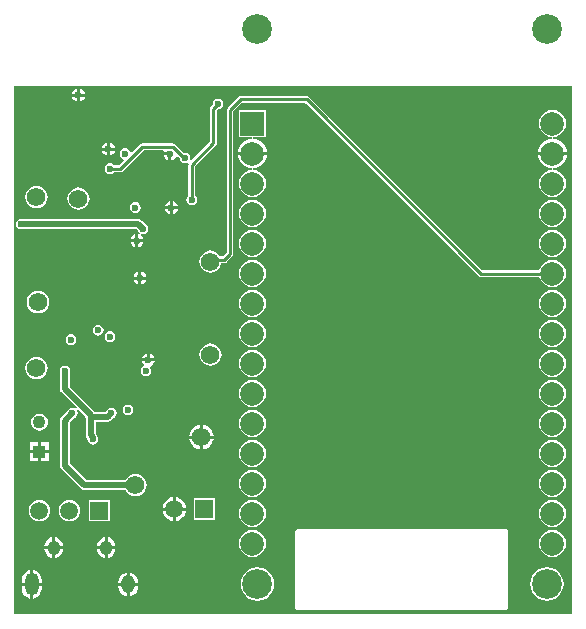
<source format=gbl>
G04*
G04 #@! TF.GenerationSoftware,Altium Limited,Altium Designer,20.0.2 (26)*
G04*
G04 Layer_Physical_Order=2*
G04 Layer_Color=16711680*
%FSLAX25Y25*%
%MOIN*%
G70*
G01*
G75*
%ADD15C,0.01000*%
%ADD63C,0.06181*%
%ADD72C,0.04331*%
%ADD73R,0.04331X0.04331*%
%ADD75C,0.02000*%
%ADD78R,0.05906X0.05906*%
%ADD79C,0.05906*%
%ADD80O,0.04134X0.04921*%
%ADD81O,0.04523X0.07480*%
%ADD82O,0.04523X0.06080*%
%ADD83R,0.07874X0.07874*%
%ADD84C,0.07874*%
%ADD85C,0.09911*%
%ADD86C,0.02362*%
G36*
X286000Y500000D02*
Y324000D01*
X100000Y324000D01*
Y500000D01*
X286000Y500000D01*
D02*
G37*
%LPC*%
G36*
X122000Y499124D02*
Y497500D01*
X123624D01*
X123555Y497851D01*
X123073Y498572D01*
X122351Y499055D01*
X122000Y499124D01*
D02*
G37*
G36*
X121000D02*
X120649Y499055D01*
X119928Y498572D01*
X119446Y497851D01*
X119376Y497500D01*
X121000D01*
Y499124D01*
D02*
G37*
G36*
X123624Y496500D02*
X122000D01*
Y494876D01*
X122351Y494945D01*
X123073Y495428D01*
X123555Y496149D01*
X123624Y496500D01*
D02*
G37*
G36*
X121000D02*
X119376D01*
X119446Y496149D01*
X119928Y495428D01*
X120649Y494945D01*
X121000Y494876D01*
Y496500D01*
D02*
G37*
G36*
X132000Y481124D02*
Y479500D01*
X133624D01*
X133554Y479851D01*
X133072Y480573D01*
X132351Y481055D01*
X132000Y481124D01*
D02*
G37*
G36*
X131000D02*
X130649Y481055D01*
X129928Y480573D01*
X129446Y479851D01*
X129376Y479500D01*
X131000D01*
Y481124D01*
D02*
G37*
G36*
X279500Y492076D02*
X278316Y491920D01*
X277212Y491463D01*
X276264Y490736D01*
X275537Y489788D01*
X275080Y488684D01*
X274924Y487500D01*
X275080Y486316D01*
X275537Y485212D01*
X276264Y484264D01*
X277212Y483537D01*
X278316Y483080D01*
X279230Y482959D01*
X279272Y482954D01*
Y482450D01*
X279230Y482444D01*
X278211Y482310D01*
X277010Y481812D01*
X275979Y481021D01*
X275187Y479990D01*
X274690Y478789D01*
X274586Y478000D01*
X284414D01*
X284310Y478789D01*
X283812Y479990D01*
X283021Y481021D01*
X281990Y481812D01*
X280789Y482310D01*
X279770Y482444D01*
X279728Y482450D01*
Y482954D01*
X279769Y482959D01*
X280684Y483080D01*
X281788Y483537D01*
X282736Y484264D01*
X283463Y485212D01*
X283920Y486316D01*
X284076Y487500D01*
X283920Y488684D01*
X283463Y489788D01*
X282736Y490736D01*
X281788Y491463D01*
X280684Y491920D01*
X279500Y492076D01*
D02*
G37*
G36*
X184037Y492037D02*
X174963D01*
Y482963D01*
X179341D01*
X179374Y482463D01*
X179148Y482433D01*
X178211Y482310D01*
X177010Y481812D01*
X175979Y481021D01*
X175188Y479990D01*
X174690Y478789D01*
X174586Y478000D01*
X184414D01*
X184310Y478789D01*
X183812Y479990D01*
X183021Y481021D01*
X181990Y481812D01*
X180789Y482310D01*
X179851Y482433D01*
X179626Y482463D01*
X179659Y482963D01*
X184037D01*
Y492037D01*
D02*
G37*
G36*
X133624Y478500D02*
X132000D01*
Y476876D01*
X132351Y476945D01*
X133072Y477427D01*
X133554Y478149D01*
X133624Y478500D01*
D02*
G37*
G36*
X131000D02*
X129376D01*
X129446Y478149D01*
X129928Y477427D01*
X130649Y476945D01*
X131000Y476876D01*
Y478500D01*
D02*
G37*
G36*
X151500Y477000D02*
X149876D01*
X149945Y476649D01*
X150427Y475927D01*
X151149Y475445D01*
X151500Y475376D01*
Y477000D01*
D02*
G37*
G36*
X168000Y495816D02*
X167305Y495678D01*
X166716Y495284D01*
X166322Y494695D01*
X166184Y494000D01*
X166222Y493808D01*
X165707Y493293D01*
X165464Y492929D01*
X165378Y492500D01*
X165378Y492500D01*
Y481465D01*
X159180Y475266D01*
X158719Y475512D01*
X158816Y476000D01*
X158678Y476695D01*
X158284Y477284D01*
X157695Y477678D01*
X157000Y477816D01*
X156580Y477732D01*
X153738Y480574D01*
X153374Y480817D01*
X152945Y480903D01*
X152945Y480903D01*
X142781D01*
X142781Y480903D01*
X142352Y480817D01*
X141988Y480574D01*
X139257Y477844D01*
X138715Y478008D01*
X138678Y478195D01*
X138284Y478784D01*
X137695Y479178D01*
X137000Y479316D01*
X136305Y479178D01*
X135716Y478784D01*
X135322Y478195D01*
X135184Y477500D01*
X135322Y476805D01*
X135716Y476216D01*
X136305Y475822D01*
X136492Y475785D01*
X136656Y475243D01*
X135035Y473622D01*
X133393D01*
X133284Y473784D01*
X132695Y474178D01*
X132000Y474316D01*
X131305Y474178D01*
X130716Y473784D01*
X130322Y473195D01*
X130184Y472500D01*
X130322Y471805D01*
X130716Y471216D01*
X131305Y470822D01*
X132000Y470684D01*
X132695Y470822D01*
X133284Y471216D01*
X133393Y471378D01*
X135500D01*
X135500Y471378D01*
X135929Y471464D01*
X136293Y471707D01*
X143246Y478660D01*
X149596D01*
X149907Y478160D01*
X149876Y478000D01*
X152000D01*
Y477500D01*
X152500D01*
Y475376D01*
X152851Y475445D01*
X153572Y475927D01*
X153946Y476487D01*
X154520Y476620D01*
X155195Y475945D01*
X155322Y475305D01*
X155716Y474716D01*
X156305Y474322D01*
X157000Y474184D01*
X157695Y474322D01*
X157777Y474377D01*
X157853Y474341D01*
X158182Y474047D01*
X158122Y473744D01*
X158122Y473744D01*
Y463518D01*
X157959Y463409D01*
X157566Y462820D01*
X157428Y462125D01*
X157566Y461430D01*
X157959Y460841D01*
X158549Y460447D01*
X159244Y460309D01*
X159939Y460447D01*
X160528Y460841D01*
X160921Y461430D01*
X161060Y462125D01*
X160921Y462820D01*
X160528Y463409D01*
X160365Y463518D01*
Y473279D01*
X167293Y480207D01*
X167293Y480207D01*
X167536Y480571D01*
X167622Y481000D01*
X167622Y481000D01*
Y491791D01*
X168000Y492184D01*
X168695Y492322D01*
X169284Y492716D01*
X169678Y493305D01*
X169816Y494000D01*
X169678Y494695D01*
X169284Y495284D01*
X168695Y495678D01*
X168000Y495816D01*
D02*
G37*
G36*
X284414Y477000D02*
X274586D01*
X274690Y476211D01*
X275187Y475010D01*
X275979Y473979D01*
X277010Y473187D01*
X278211Y472690D01*
X279230Y472556D01*
X279272Y472550D01*
Y472046D01*
X279230Y472041D01*
X278316Y471920D01*
X277212Y471463D01*
X276264Y470736D01*
X275537Y469788D01*
X275080Y468684D01*
X274924Y467500D01*
X275080Y466316D01*
X275537Y465212D01*
X276264Y464264D01*
X277212Y463537D01*
X278316Y463080D01*
X279500Y462924D01*
X280684Y463080D01*
X281788Y463537D01*
X282736Y464264D01*
X283463Y465212D01*
X283920Y466316D01*
X284076Y467500D01*
X283920Y468684D01*
X283463Y469788D01*
X282736Y470736D01*
X281788Y471463D01*
X280684Y471920D01*
X279770Y472041D01*
X279728Y472046D01*
Y472550D01*
X279769Y472556D01*
X280789Y472690D01*
X281990Y473187D01*
X283021Y473979D01*
X283812Y475010D01*
X284310Y476211D01*
X284414Y477000D01*
D02*
G37*
G36*
X184414D02*
X174586D01*
X174690Y476211D01*
X175188Y475010D01*
X175979Y473979D01*
X177010Y473187D01*
X178211Y472690D01*
X179230Y472556D01*
X179272Y472550D01*
Y472046D01*
X179230Y472041D01*
X178316Y471920D01*
X177212Y471463D01*
X176264Y470736D01*
X175537Y469788D01*
X175080Y468684D01*
X174924Y467500D01*
X175080Y466316D01*
X175537Y465212D01*
X176264Y464264D01*
X177212Y463537D01*
X178316Y463080D01*
X179500Y462924D01*
X180684Y463080D01*
X181788Y463537D01*
X182736Y464264D01*
X183463Y465212D01*
X183920Y466316D01*
X184076Y467500D01*
X183920Y468684D01*
X183463Y469788D01*
X182736Y470736D01*
X181788Y471463D01*
X180684Y471920D01*
X179770Y472041D01*
X179728Y472046D01*
Y472550D01*
X179770Y472556D01*
X180789Y472690D01*
X181990Y473187D01*
X183021Y473979D01*
X183812Y475010D01*
X184310Y476211D01*
X184414Y477000D01*
D02*
G37*
G36*
X153000Y461624D02*
Y460000D01*
X154624D01*
X154554Y460351D01*
X154072Y461072D01*
X153351Y461555D01*
X153000Y461624D01*
D02*
G37*
G36*
X152000D02*
X151649Y461555D01*
X150927Y461072D01*
X150445Y460351D01*
X150376Y460000D01*
X152000D01*
Y461624D01*
D02*
G37*
G36*
X107500Y466722D02*
X106537Y466596D01*
X105639Y466224D01*
X104868Y465632D01*
X104276Y464861D01*
X103904Y463963D01*
X103778Y463000D01*
X103904Y462037D01*
X104276Y461139D01*
X104868Y460368D01*
X105639Y459776D01*
X106537Y459404D01*
X107500Y459278D01*
X108463Y459404D01*
X109361Y459776D01*
X110132Y460368D01*
X110724Y461139D01*
X111096Y462037D01*
X111222Y463000D01*
X111096Y463963D01*
X110724Y464861D01*
X110132Y465632D01*
X109361Y466224D01*
X108463Y466596D01*
X107500Y466722D01*
D02*
G37*
G36*
X121500Y466222D02*
X120537Y466096D01*
X119639Y465724D01*
X118868Y465132D01*
X118276Y464361D01*
X117904Y463463D01*
X117778Y462500D01*
X117904Y461537D01*
X118276Y460639D01*
X118868Y459868D01*
X119639Y459276D01*
X120537Y458904D01*
X121500Y458778D01*
X122463Y458904D01*
X123361Y459276D01*
X124132Y459868D01*
X124724Y460639D01*
X125096Y461537D01*
X125222Y462500D01*
X125096Y463463D01*
X124724Y464361D01*
X124132Y465132D01*
X123361Y465724D01*
X122463Y466096D01*
X121500Y466222D01*
D02*
G37*
G36*
X140500Y461316D02*
X139805Y461178D01*
X139216Y460784D01*
X138822Y460195D01*
X138684Y459500D01*
X138822Y458805D01*
X139216Y458216D01*
X139805Y457822D01*
X140500Y457684D01*
X141195Y457822D01*
X141784Y458216D01*
X142178Y458805D01*
X142316Y459500D01*
X142178Y460195D01*
X141784Y460784D01*
X141195Y461178D01*
X140500Y461316D01*
D02*
G37*
G36*
X154624Y459000D02*
X153000D01*
Y457376D01*
X153351Y457445D01*
X154072Y457928D01*
X154554Y458649D01*
X154624Y459000D01*
D02*
G37*
G36*
X152000D02*
X150376D01*
X150445Y458649D01*
X150927Y457928D01*
X151649Y457445D01*
X152000Y457376D01*
Y459000D01*
D02*
G37*
G36*
X279500Y462076D02*
X278316Y461920D01*
X277212Y461463D01*
X276264Y460736D01*
X275537Y459788D01*
X275080Y458684D01*
X274924Y457500D01*
X275080Y456316D01*
X275537Y455212D01*
X276264Y454264D01*
X277212Y453537D01*
X278316Y453080D01*
X279500Y452924D01*
X280684Y453080D01*
X281788Y453537D01*
X282736Y454264D01*
X283463Y455212D01*
X283920Y456316D01*
X284076Y457500D01*
X283920Y458684D01*
X283463Y459788D01*
X282736Y460736D01*
X281788Y461463D01*
X280684Y461920D01*
X279500Y462076D01*
D02*
G37*
G36*
X179500D02*
X178316Y461920D01*
X177212Y461463D01*
X176264Y460736D01*
X175537Y459788D01*
X175080Y458684D01*
X174924Y457500D01*
X175080Y456316D01*
X175537Y455212D01*
X176264Y454264D01*
X177212Y453537D01*
X178316Y453080D01*
X179500Y452924D01*
X180684Y453080D01*
X181788Y453537D01*
X182736Y454264D01*
X183463Y455212D01*
X183920Y456316D01*
X184076Y457500D01*
X183920Y458684D01*
X183463Y459788D01*
X182736Y460736D01*
X181788Y461463D01*
X180684Y461920D01*
X179500Y462076D01*
D02*
G37*
G36*
X102500Y455816D02*
X101805Y455678D01*
X101216Y455284D01*
X100822Y454695D01*
X100684Y454000D01*
X100822Y453305D01*
X101216Y452716D01*
X101805Y452322D01*
X102500Y452184D01*
X103195Y452322D01*
X103264Y452369D01*
X140824D01*
X141306Y451887D01*
X141322Y451805D01*
X141716Y451216D01*
X141907Y451088D01*
X142064Y450983D01*
X141851Y450555D01*
X141643Y450596D01*
X141500Y450624D01*
Y449000D01*
X143124D01*
X143054Y449351D01*
X142572Y450072D01*
X142249Y450289D01*
X142092Y450394D01*
X142305Y450822D01*
X142513Y450781D01*
X143000Y450684D01*
X143695Y450822D01*
X144284Y451216D01*
X144678Y451805D01*
X144816Y452500D01*
X144678Y453195D01*
X144284Y453784D01*
X143695Y454178D01*
X143613Y454194D01*
X142654Y455154D01*
X142124Y455507D01*
X141500Y455631D01*
X103264D01*
X103195Y455678D01*
X102500Y455816D01*
D02*
G37*
G36*
X140500Y450624D02*
X140149Y450555D01*
X139427Y450072D01*
X138945Y449351D01*
X138876Y449000D01*
X140500D01*
Y450624D01*
D02*
G37*
G36*
X143124Y448000D02*
X141500D01*
Y446376D01*
X141851Y446445D01*
X142572Y446927D01*
X143054Y447649D01*
X143124Y448000D01*
D02*
G37*
G36*
X140500D02*
X138876D01*
X138945Y447649D01*
X139427Y446927D01*
X140149Y446445D01*
X140500Y446376D01*
Y448000D01*
D02*
G37*
G36*
X279500Y452076D02*
X278316Y451920D01*
X277212Y451463D01*
X276264Y450736D01*
X275537Y449788D01*
X275080Y448684D01*
X274924Y447500D01*
X275080Y446316D01*
X275537Y445212D01*
X276264Y444264D01*
X277212Y443537D01*
X278316Y443080D01*
X279500Y442924D01*
X280684Y443080D01*
X281788Y443537D01*
X282736Y444264D01*
X283463Y445212D01*
X283920Y446316D01*
X284076Y447500D01*
X283920Y448684D01*
X283463Y449788D01*
X282736Y450736D01*
X281788Y451463D01*
X280684Y451920D01*
X279500Y452076D01*
D02*
G37*
G36*
X179500D02*
X178316Y451920D01*
X177212Y451463D01*
X176264Y450736D01*
X175537Y449788D01*
X175080Y448684D01*
X174924Y447500D01*
X175080Y446316D01*
X175537Y445212D01*
X176264Y444264D01*
X177212Y443537D01*
X178316Y443080D01*
X179500Y442924D01*
X180684Y443080D01*
X181788Y443537D01*
X182736Y444264D01*
X183463Y445212D01*
X183920Y446316D01*
X184076Y447500D01*
X183920Y448684D01*
X183463Y449788D01*
X182736Y450736D01*
X181788Y451463D01*
X180684Y451920D01*
X179500Y452076D01*
D02*
G37*
G36*
X142500Y438124D02*
Y436500D01*
X144124D01*
X144054Y436851D01*
X143572Y437572D01*
X142851Y438055D01*
X142500Y438124D01*
D02*
G37*
G36*
X141500D02*
X141149Y438055D01*
X140427Y437572D01*
X139945Y436851D01*
X139876Y436500D01*
X141500D01*
Y438124D01*
D02*
G37*
G36*
X144124Y435500D02*
X142500D01*
Y433876D01*
X142851Y433945D01*
X143572Y434427D01*
X144054Y435149D01*
X144124Y435500D01*
D02*
G37*
G36*
X141500D02*
X139876D01*
X139945Y435149D01*
X140427Y434427D01*
X141149Y433945D01*
X141500Y433876D01*
Y435500D01*
D02*
G37*
G36*
X197570Y496707D02*
X197570Y496707D01*
X175586D01*
X175157Y496622D01*
X174793Y496379D01*
X174793Y496379D01*
X171207Y492793D01*
X170964Y492429D01*
X170878Y492000D01*
X170878Y492000D01*
Y444465D01*
X169626Y443212D01*
X168785D01*
X168724Y443361D01*
X168132Y444132D01*
X167361Y444724D01*
X166463Y445096D01*
X165500Y445222D01*
X164537Y445096D01*
X163639Y444724D01*
X162868Y444132D01*
X162276Y443361D01*
X161904Y442463D01*
X161778Y441500D01*
X161904Y440537D01*
X162276Y439639D01*
X162868Y438868D01*
X163639Y438276D01*
X164537Y437904D01*
X165500Y437778D01*
X166463Y437904D01*
X167361Y438276D01*
X168132Y438868D01*
X168724Y439639D01*
X169096Y440537D01*
X169152Y440969D01*
X170090D01*
X170091Y440969D01*
X170520Y441054D01*
X170884Y441297D01*
X172793Y443207D01*
X173036Y443571D01*
X173122Y444000D01*
X173122Y444000D01*
Y491535D01*
X176050Y494464D01*
X197105D01*
X254863Y436707D01*
X254863Y436707D01*
X255226Y436464D01*
X255656Y436378D01*
X275072D01*
X275080Y436316D01*
X275537Y435212D01*
X276264Y434264D01*
X277212Y433537D01*
X278316Y433080D01*
X279500Y432924D01*
X280684Y433080D01*
X281788Y433537D01*
X282736Y434264D01*
X283463Y435212D01*
X283920Y436316D01*
X284076Y437500D01*
X283920Y438684D01*
X283463Y439788D01*
X282736Y440736D01*
X281788Y441463D01*
X280684Y441920D01*
X279500Y442076D01*
X278316Y441920D01*
X277212Y441463D01*
X276264Y440736D01*
X275537Y439788D01*
X275080Y438684D01*
X275072Y438622D01*
X256120D01*
X198363Y496379D01*
X197999Y496622D01*
X197570Y496707D01*
D02*
G37*
G36*
X179500Y442076D02*
X178316Y441920D01*
X177212Y441463D01*
X176264Y440736D01*
X175537Y439788D01*
X175080Y438684D01*
X174924Y437500D01*
X175080Y436316D01*
X175537Y435212D01*
X176264Y434264D01*
X177212Y433537D01*
X178316Y433080D01*
X179500Y432924D01*
X180684Y433080D01*
X181788Y433537D01*
X182736Y434264D01*
X183463Y435212D01*
X183920Y436316D01*
X184076Y437500D01*
X183920Y438684D01*
X183463Y439788D01*
X182736Y440736D01*
X181788Y441463D01*
X180684Y441920D01*
X179500Y442076D01*
D02*
G37*
G36*
X108000Y431722D02*
X107037Y431596D01*
X106139Y431224D01*
X105368Y430632D01*
X104776Y429861D01*
X104404Y428963D01*
X104278Y428000D01*
X104404Y427037D01*
X104776Y426139D01*
X105368Y425368D01*
X106139Y424776D01*
X107037Y424404D01*
X108000Y424278D01*
X108963Y424404D01*
X109861Y424776D01*
X110632Y425368D01*
X111224Y426139D01*
X111596Y427037D01*
X111722Y428000D01*
X111596Y428963D01*
X111224Y429861D01*
X110632Y430632D01*
X109861Y431224D01*
X108963Y431596D01*
X108000Y431722D01*
D02*
G37*
G36*
X279500Y432076D02*
X278316Y431920D01*
X277212Y431463D01*
X276264Y430736D01*
X275537Y429788D01*
X275080Y428684D01*
X274924Y427500D01*
X275080Y426316D01*
X275537Y425212D01*
X276264Y424264D01*
X277212Y423537D01*
X278316Y423080D01*
X279500Y422924D01*
X280684Y423080D01*
X281788Y423537D01*
X282736Y424264D01*
X283463Y425212D01*
X283920Y426316D01*
X284076Y427500D01*
X283920Y428684D01*
X283463Y429788D01*
X282736Y430736D01*
X281788Y431463D01*
X280684Y431920D01*
X279500Y432076D01*
D02*
G37*
G36*
X179500D02*
X178316Y431920D01*
X177212Y431463D01*
X176264Y430736D01*
X175537Y429788D01*
X175080Y428684D01*
X174924Y427500D01*
X175080Y426316D01*
X175537Y425212D01*
X176264Y424264D01*
X177212Y423537D01*
X178316Y423080D01*
X179500Y422924D01*
X180684Y423080D01*
X181788Y423537D01*
X182736Y424264D01*
X183463Y425212D01*
X183920Y426316D01*
X184076Y427500D01*
X183920Y428684D01*
X183463Y429788D01*
X182736Y430736D01*
X181788Y431463D01*
X180684Y431920D01*
X179500Y432076D01*
D02*
G37*
G36*
X128041Y420357D02*
X127346Y420219D01*
X126757Y419825D01*
X126364Y419236D01*
X126225Y418541D01*
X126364Y417846D01*
X126757Y417257D01*
X127346Y416864D01*
X128041Y416725D01*
X128736Y416864D01*
X129325Y417257D01*
X129719Y417846D01*
X129857Y418541D01*
X129719Y419236D01*
X129325Y419825D01*
X128736Y420219D01*
X128041Y420357D01*
D02*
G37*
G36*
X132000Y418316D02*
X131305Y418178D01*
X130716Y417784D01*
X130322Y417195D01*
X130184Y416500D01*
X130322Y415805D01*
X130716Y415216D01*
X131305Y414822D01*
X132000Y414684D01*
X132695Y414822D01*
X133284Y415216D01*
X133678Y415805D01*
X133816Y416500D01*
X133678Y417195D01*
X133284Y417784D01*
X132695Y418178D01*
X132000Y418316D01*
D02*
G37*
G36*
X119000Y417316D02*
X118305Y417178D01*
X117716Y416784D01*
X117322Y416195D01*
X117184Y415500D01*
X117322Y414805D01*
X117716Y414216D01*
X118305Y413822D01*
X119000Y413684D01*
X119695Y413822D01*
X120284Y414216D01*
X120678Y414805D01*
X120816Y415500D01*
X120678Y416195D01*
X120284Y416784D01*
X119695Y417178D01*
X119000Y417316D01*
D02*
G37*
G36*
X279500Y422076D02*
X278316Y421920D01*
X277212Y421463D01*
X276264Y420736D01*
X275537Y419788D01*
X275080Y418684D01*
X274924Y417500D01*
X275080Y416316D01*
X275537Y415212D01*
X276264Y414264D01*
X277212Y413537D01*
X278316Y413080D01*
X279500Y412924D01*
X280684Y413080D01*
X281788Y413537D01*
X282736Y414264D01*
X283463Y415212D01*
X283920Y416316D01*
X284076Y417500D01*
X283920Y418684D01*
X283463Y419788D01*
X282736Y420736D01*
X281788Y421463D01*
X280684Y421920D01*
X279500Y422076D01*
D02*
G37*
G36*
X179500D02*
X178316Y421920D01*
X177212Y421463D01*
X176264Y420736D01*
X175537Y419788D01*
X175080Y418684D01*
X174924Y417500D01*
X175080Y416316D01*
X175537Y415212D01*
X176264Y414264D01*
X177212Y413537D01*
X178316Y413080D01*
X179500Y412924D01*
X180684Y413080D01*
X181788Y413537D01*
X182736Y414264D01*
X183463Y415212D01*
X183920Y416316D01*
X184076Y417500D01*
X183920Y418684D01*
X183463Y419788D01*
X182736Y420736D01*
X181788Y421463D01*
X180684Y421920D01*
X179500Y422076D01*
D02*
G37*
G36*
X145282Y410843D02*
Y409219D01*
X146906D01*
X146836Y409570D01*
X146354Y410291D01*
X145633Y410773D01*
X145282Y410843D01*
D02*
G37*
G36*
X144281D02*
X143930Y410773D01*
X143209Y410291D01*
X142727Y409570D01*
X142657Y409219D01*
X144281D01*
Y410843D01*
D02*
G37*
G36*
X165500Y414222D02*
X164537Y414096D01*
X163639Y413724D01*
X162868Y413132D01*
X162276Y412361D01*
X161904Y411463D01*
X161778Y410500D01*
X161904Y409537D01*
X162276Y408639D01*
X162868Y407868D01*
X163639Y407276D01*
X164537Y406904D01*
X165500Y406778D01*
X166463Y406904D01*
X167361Y407276D01*
X168132Y407868D01*
X168724Y408639D01*
X169096Y409537D01*
X169222Y410500D01*
X169096Y411463D01*
X168724Y412361D01*
X168132Y413132D01*
X167361Y413724D01*
X166463Y414096D01*
X165500Y414222D01*
D02*
G37*
G36*
X146906Y408218D02*
X142657D01*
X142727Y407867D01*
X143209Y407146D01*
X143228Y407133D01*
X143157Y406579D01*
X142716Y406284D01*
X142322Y405695D01*
X142184Y405000D01*
X142322Y404305D01*
X142716Y403716D01*
X143305Y403322D01*
X144000Y403184D01*
X144695Y403322D01*
X145284Y403716D01*
X145678Y404305D01*
X145816Y405000D01*
X145678Y405695D01*
X145402Y406108D01*
X145567Y406651D01*
X145633Y406664D01*
X146354Y407146D01*
X146836Y407867D01*
X146906Y408218D01*
D02*
G37*
G36*
X279500Y412076D02*
X278316Y411920D01*
X277212Y411463D01*
X276264Y410736D01*
X275537Y409788D01*
X275080Y408684D01*
X274924Y407500D01*
X275080Y406316D01*
X275537Y405212D01*
X276264Y404264D01*
X277212Y403537D01*
X278316Y403080D01*
X279500Y402924D01*
X280684Y403080D01*
X281788Y403537D01*
X282736Y404264D01*
X283463Y405212D01*
X283920Y406316D01*
X284076Y407500D01*
X283920Y408684D01*
X283463Y409788D01*
X282736Y410736D01*
X281788Y411463D01*
X280684Y411920D01*
X279500Y412076D01*
D02*
G37*
G36*
X179500D02*
X178316Y411920D01*
X177212Y411463D01*
X176264Y410736D01*
X175537Y409788D01*
X175080Y408684D01*
X174924Y407500D01*
X175080Y406316D01*
X175537Y405212D01*
X176264Y404264D01*
X177212Y403537D01*
X178316Y403080D01*
X179500Y402924D01*
X180684Y403080D01*
X181788Y403537D01*
X182736Y404264D01*
X183463Y405212D01*
X183920Y406316D01*
X184076Y407500D01*
X183920Y408684D01*
X183463Y409788D01*
X182736Y410736D01*
X181788Y411463D01*
X180684Y411920D01*
X179500Y412076D01*
D02*
G37*
G36*
X107500Y409722D02*
X106537Y409596D01*
X105639Y409224D01*
X104868Y408632D01*
X104276Y407861D01*
X103904Y406963D01*
X103778Y406000D01*
X103904Y405037D01*
X104276Y404139D01*
X104868Y403368D01*
X105639Y402776D01*
X106537Y402404D01*
X107500Y402278D01*
X108463Y402404D01*
X109361Y402776D01*
X110132Y403368D01*
X110724Y404139D01*
X111096Y405037D01*
X111222Y406000D01*
X111096Y406963D01*
X110724Y407861D01*
X110132Y408632D01*
X109361Y409224D01*
X108463Y409596D01*
X107500Y409722D01*
D02*
G37*
G36*
X279500Y402076D02*
X278316Y401920D01*
X277212Y401463D01*
X276264Y400736D01*
X275537Y399788D01*
X275080Y398684D01*
X274924Y397500D01*
X275080Y396316D01*
X275537Y395212D01*
X276264Y394264D01*
X277212Y393537D01*
X278316Y393080D01*
X279500Y392924D01*
X280684Y393080D01*
X281788Y393537D01*
X282736Y394264D01*
X283463Y395212D01*
X283920Y396316D01*
X284076Y397500D01*
X283920Y398684D01*
X283463Y399788D01*
X282736Y400736D01*
X281788Y401463D01*
X280684Y401920D01*
X279500Y402076D01*
D02*
G37*
G36*
X179500D02*
X178316Y401920D01*
X177212Y401463D01*
X176264Y400736D01*
X175537Y399788D01*
X175080Y398684D01*
X174924Y397500D01*
X175080Y396316D01*
X175537Y395212D01*
X176264Y394264D01*
X177212Y393537D01*
X178316Y393080D01*
X179500Y392924D01*
X180684Y393080D01*
X181788Y393537D01*
X182736Y394264D01*
X183463Y395212D01*
X183920Y396316D01*
X184076Y397500D01*
X183920Y398684D01*
X183463Y399788D01*
X182736Y400736D01*
X181788Y401463D01*
X180684Y401920D01*
X179500Y402076D01*
D02*
G37*
G36*
X117000Y406816D02*
X116305Y406678D01*
X115716Y406284D01*
X115322Y405695D01*
X115184Y405000D01*
X115322Y404305D01*
X115369Y404236D01*
Y399000D01*
X115493Y398376D01*
X115847Y397847D01*
X120854Y392838D01*
X120536Y392450D01*
X120195Y392678D01*
X119500Y392816D01*
X118805Y392678D01*
X118216Y392284D01*
X117822Y391695D01*
X117806Y391613D01*
X115847Y389653D01*
X115493Y389124D01*
X115369Y388500D01*
Y373500D01*
X115493Y372876D01*
X115847Y372346D01*
X122346Y365846D01*
X122876Y365493D01*
X123500Y365369D01*
X137181D01*
X137276Y365139D01*
X137868Y364368D01*
X138639Y363776D01*
X139537Y363404D01*
X140500Y363278D01*
X141463Y363404D01*
X142361Y363776D01*
X143132Y364368D01*
X143724Y365139D01*
X144096Y366037D01*
X144222Y367000D01*
X144096Y367963D01*
X143724Y368861D01*
X143132Y369632D01*
X142361Y370224D01*
X141463Y370596D01*
X140500Y370722D01*
X139537Y370596D01*
X138639Y370224D01*
X137868Y369632D01*
X137276Y368861D01*
X137181Y368631D01*
X124176D01*
X118631Y374176D01*
Y387824D01*
X120113Y389306D01*
X120195Y389322D01*
X120784Y389716D01*
X121178Y390305D01*
X121316Y391000D01*
X121178Y391695D01*
X120950Y392036D01*
X121338Y392354D01*
X123796Y389897D01*
X123767Y389750D01*
X123905Y389055D01*
X123951Y388986D01*
Y383583D01*
X124075Y382958D01*
X124429Y382429D01*
X124504Y382355D01*
X124495Y382311D01*
X124633Y381616D01*
X125027Y381027D01*
X125616Y380633D01*
X126311Y380495D01*
X127006Y380633D01*
X127595Y381027D01*
X127989Y381616D01*
X128127Y382311D01*
X127989Y383006D01*
X127880Y383169D01*
X127818Y383479D01*
X127465Y384008D01*
X127214Y384258D01*
Y388119D01*
X131250D01*
X131874Y388243D01*
X132404Y388597D01*
X133113Y389306D01*
X133195Y389322D01*
X133784Y389716D01*
X134178Y390305D01*
X134316Y391000D01*
X134178Y391695D01*
X133784Y392284D01*
X133195Y392678D01*
X132500Y392816D01*
X131805Y392678D01*
X131216Y392284D01*
X130822Y391695D01*
X130806Y391613D01*
X130574Y391381D01*
X126863D01*
X126736Y391571D01*
X118631Y399676D01*
Y404236D01*
X118678Y404305D01*
X118816Y405000D01*
X118678Y405695D01*
X118284Y406284D01*
X117695Y406678D01*
X117000Y406816D01*
D02*
G37*
G36*
X138000Y393811D02*
X137305Y393673D01*
X136716Y393279D01*
X136322Y392690D01*
X136184Y391995D01*
X136322Y391300D01*
X136716Y390711D01*
X137305Y390317D01*
X138000Y390179D01*
X138695Y390317D01*
X139284Y390711D01*
X139678Y391300D01*
X139816Y391995D01*
X139678Y392690D01*
X139284Y393279D01*
X138695Y393673D01*
X138000Y393811D01*
D02*
G37*
G36*
X108500Y390710D02*
X107778Y390615D01*
X107105Y390337D01*
X106528Y389894D01*
X106085Y389316D01*
X105806Y388643D01*
X105711Y387921D01*
X105806Y387199D01*
X106085Y386527D01*
X106528Y385949D01*
X107105Y385506D01*
X107778Y385227D01*
X108500Y385132D01*
X109222Y385227D01*
X109895Y385506D01*
X110472Y385949D01*
X110916Y386527D01*
X111194Y387199D01*
X111289Y387921D01*
X111194Y388643D01*
X110916Y389316D01*
X110472Y389894D01*
X109895Y390337D01*
X109222Y390615D01*
X108500Y390710D01*
D02*
G37*
G36*
X163000Y387060D02*
Y383500D01*
X166560D01*
X166485Y384068D01*
X166073Y385063D01*
X165417Y385917D01*
X164563Y386573D01*
X163568Y386985D01*
X163000Y387060D01*
D02*
G37*
G36*
X162000D02*
X161432Y386985D01*
X160437Y386573D01*
X159583Y385917D01*
X158927Y385063D01*
X158515Y384068D01*
X158440Y383500D01*
X162000D01*
Y387060D01*
D02*
G37*
G36*
X279500Y392076D02*
X278316Y391920D01*
X277212Y391463D01*
X276264Y390736D01*
X275537Y389788D01*
X275080Y388684D01*
X274924Y387500D01*
X275080Y386316D01*
X275537Y385212D01*
X276264Y384264D01*
X277212Y383537D01*
X278316Y383080D01*
X279500Y382924D01*
X280684Y383080D01*
X281788Y383537D01*
X282736Y384264D01*
X283463Y385212D01*
X283920Y386316D01*
X284076Y387500D01*
X283920Y388684D01*
X283463Y389788D01*
X282736Y390736D01*
X281788Y391463D01*
X280684Y391920D01*
X279500Y392076D01*
D02*
G37*
G36*
X179500D02*
X178316Y391920D01*
X177212Y391463D01*
X176264Y390736D01*
X175537Y389788D01*
X175080Y388684D01*
X174924Y387500D01*
X175080Y386316D01*
X175537Y385212D01*
X176264Y384264D01*
X177212Y383537D01*
X178316Y383080D01*
X179500Y382924D01*
X180684Y383080D01*
X181788Y383537D01*
X182736Y384264D01*
X183463Y385212D01*
X183920Y386316D01*
X184076Y387500D01*
X183920Y388684D01*
X183463Y389788D01*
X182736Y390736D01*
X181788Y391463D01*
X180684Y391920D01*
X179500Y392076D01*
D02*
G37*
G36*
X166560Y382500D02*
X163000D01*
Y378940D01*
X163568Y379015D01*
X164563Y379427D01*
X165417Y380083D01*
X166073Y380937D01*
X166485Y381932D01*
X166560Y382500D01*
D02*
G37*
G36*
X162000D02*
X158440D01*
X158515Y381932D01*
X158927Y380937D01*
X159583Y380083D01*
X160437Y379427D01*
X161432Y379015D01*
X162000Y378940D01*
Y382500D01*
D02*
G37*
G36*
X111665Y381244D02*
X109000D01*
Y378579D01*
X111665D01*
Y381244D01*
D02*
G37*
G36*
X108000D02*
X105335D01*
Y378579D01*
X108000D01*
Y381244D01*
D02*
G37*
G36*
X111665Y377579D02*
X109000D01*
Y374913D01*
X111665D01*
Y377579D01*
D02*
G37*
G36*
X108000D02*
X105335D01*
Y374913D01*
X108000D01*
Y377579D01*
D02*
G37*
G36*
X279500Y382076D02*
X278316Y381920D01*
X277212Y381463D01*
X276264Y380736D01*
X275537Y379788D01*
X275080Y378684D01*
X274924Y377500D01*
X275080Y376316D01*
X275537Y375212D01*
X276264Y374264D01*
X277212Y373537D01*
X278316Y373080D01*
X279500Y372924D01*
X280684Y373080D01*
X281788Y373537D01*
X282736Y374264D01*
X283463Y375212D01*
X283920Y376316D01*
X284076Y377500D01*
X283920Y378684D01*
X283463Y379788D01*
X282736Y380736D01*
X281788Y381463D01*
X280684Y381920D01*
X279500Y382076D01*
D02*
G37*
G36*
X179500D02*
X178316Y381920D01*
X177212Y381463D01*
X176264Y380736D01*
X175537Y379788D01*
X175080Y378684D01*
X174924Y377500D01*
X175080Y376316D01*
X175537Y375212D01*
X176264Y374264D01*
X177212Y373537D01*
X178316Y373080D01*
X179500Y372924D01*
X180684Y373080D01*
X181788Y373537D01*
X182736Y374264D01*
X183463Y375212D01*
X183920Y376316D01*
X184076Y377500D01*
X183920Y378684D01*
X183463Y379788D01*
X182736Y380736D01*
X181788Y381463D01*
X180684Y381920D01*
X179500Y382076D01*
D02*
G37*
G36*
X279500Y372076D02*
X278316Y371920D01*
X277212Y371463D01*
X276264Y370736D01*
X275537Y369788D01*
X275080Y368684D01*
X274924Y367500D01*
X275080Y366316D01*
X275537Y365212D01*
X276264Y364264D01*
X277212Y363537D01*
X278316Y363080D01*
X279500Y362924D01*
X280684Y363080D01*
X281788Y363537D01*
X282736Y364264D01*
X283463Y365212D01*
X283920Y366316D01*
X284076Y367500D01*
X283920Y368684D01*
X283463Y369788D01*
X282736Y370736D01*
X281788Y371463D01*
X280684Y371920D01*
X279500Y372076D01*
D02*
G37*
G36*
X179500D02*
X178316Y371920D01*
X177212Y371463D01*
X176264Y370736D01*
X175537Y369788D01*
X175080Y368684D01*
X174924Y367500D01*
X175080Y366316D01*
X175537Y365212D01*
X176264Y364264D01*
X177212Y363537D01*
X178316Y363080D01*
X179500Y362924D01*
X180684Y363080D01*
X181788Y363537D01*
X182736Y364264D01*
X183463Y365212D01*
X183920Y366316D01*
X184076Y367500D01*
X183920Y368684D01*
X183463Y369788D01*
X182736Y370736D01*
X181788Y371463D01*
X180684Y371920D01*
X179500Y372076D01*
D02*
G37*
G36*
X154000Y362921D02*
Y359500D01*
X157421D01*
X157351Y360032D01*
X156953Y360993D01*
X156319Y361819D01*
X155493Y362453D01*
X154532Y362851D01*
X154000Y362921D01*
D02*
G37*
G36*
X153000D02*
X152468Y362851D01*
X151507Y362453D01*
X150681Y361819D01*
X150047Y360993D01*
X149649Y360032D01*
X149579Y359500D01*
X153000D01*
Y362921D01*
D02*
G37*
G36*
X167053Y362553D02*
X159947D01*
Y355447D01*
X167053D01*
Y362553D01*
D02*
G37*
G36*
X157421Y358500D02*
X154000D01*
Y355079D01*
X154532Y355149D01*
X155493Y355547D01*
X156319Y356181D01*
X156953Y357007D01*
X157351Y357968D01*
X157421Y358500D01*
D02*
G37*
G36*
X153000D02*
X149579D01*
X149649Y357968D01*
X150047Y357007D01*
X150681Y356181D01*
X151507Y355547D01*
X152468Y355149D01*
X153000Y355079D01*
Y358500D01*
D02*
G37*
G36*
X132053Y362053D02*
X124947D01*
Y354947D01*
X132053D01*
Y362053D01*
D02*
G37*
G36*
X118500Y362083D02*
X117573Y361961D01*
X116708Y361603D01*
X115966Y361034D01*
X115397Y360292D01*
X115039Y359427D01*
X114917Y358500D01*
X115039Y357573D01*
X115397Y356708D01*
X115966Y355966D01*
X116708Y355397D01*
X117573Y355039D01*
X118500Y354917D01*
X119427Y355039D01*
X120292Y355397D01*
X121034Y355966D01*
X121603Y356708D01*
X121961Y357573D01*
X122083Y358500D01*
X121961Y359427D01*
X121603Y360292D01*
X121034Y361034D01*
X120292Y361603D01*
X119427Y361961D01*
X118500Y362083D01*
D02*
G37*
G36*
X108500D02*
X107573Y361961D01*
X106708Y361603D01*
X105966Y361034D01*
X105397Y360292D01*
X105039Y359427D01*
X104917Y358500D01*
X105039Y357573D01*
X105397Y356708D01*
X105966Y355966D01*
X106708Y355397D01*
X107573Y355039D01*
X108500Y354917D01*
X109427Y355039D01*
X110292Y355397D01*
X111034Y355966D01*
X111603Y356708D01*
X111961Y357573D01*
X112083Y358500D01*
X111961Y359427D01*
X111603Y360292D01*
X111034Y361034D01*
X110292Y361603D01*
X109427Y361961D01*
X108500Y362083D01*
D02*
G37*
G36*
X279500Y362076D02*
X278316Y361920D01*
X277212Y361463D01*
X276264Y360736D01*
X275537Y359788D01*
X275080Y358684D01*
X274924Y357500D01*
X275080Y356316D01*
X275537Y355212D01*
X276264Y354264D01*
X277212Y353537D01*
X278316Y353080D01*
X279500Y352924D01*
X280684Y353080D01*
X281788Y353537D01*
X282736Y354264D01*
X283463Y355212D01*
X283920Y356316D01*
X284076Y357500D01*
X283920Y358684D01*
X283463Y359788D01*
X282736Y360736D01*
X281788Y361463D01*
X280684Y361920D01*
X279500Y362076D01*
D02*
G37*
G36*
X179500D02*
X178316Y361920D01*
X177212Y361463D01*
X176264Y360736D01*
X175537Y359788D01*
X175080Y358684D01*
X174924Y357500D01*
X175080Y356316D01*
X175537Y355212D01*
X176264Y354264D01*
X177212Y353537D01*
X178316Y353080D01*
X179500Y352924D01*
X180684Y353080D01*
X181788Y353537D01*
X182736Y354264D01*
X183463Y355212D01*
X183920Y356316D01*
X184076Y357500D01*
X183920Y358684D01*
X183463Y359788D01*
X182736Y360736D01*
X181788Y361463D01*
X180684Y361920D01*
X179500Y362076D01*
D02*
G37*
G36*
X131260Y349573D02*
Y346652D01*
X133839D01*
X133748Y347346D01*
X133439Y348092D01*
X132947Y348733D01*
X132307Y349224D01*
X131561Y349533D01*
X131260Y349573D01*
D02*
G37*
G36*
X130260D02*
X129959Y349533D01*
X129213Y349224D01*
X128572Y348733D01*
X128081Y348092D01*
X127772Y347346D01*
X127680Y346652D01*
X130260D01*
Y349573D01*
D02*
G37*
G36*
X113740D02*
Y346652D01*
X116320D01*
X116228Y347346D01*
X115919Y348092D01*
X115427Y348733D01*
X114787Y349224D01*
X114041Y349533D01*
X113740Y349573D01*
D02*
G37*
G36*
X112740D02*
X112440Y349533D01*
X111694Y349224D01*
X111053Y348733D01*
X110561Y348092D01*
X110252Y347346D01*
X110161Y346652D01*
X112740D01*
Y349573D01*
D02*
G37*
G36*
X279500Y352076D02*
X278316Y351920D01*
X277212Y351463D01*
X276264Y350736D01*
X275537Y349788D01*
X275080Y348684D01*
X274924Y347500D01*
X275080Y346316D01*
X275537Y345212D01*
X276264Y344264D01*
X277212Y343537D01*
X278316Y343080D01*
X279500Y342924D01*
X280684Y343080D01*
X281788Y343537D01*
X282736Y344264D01*
X283463Y345212D01*
X283920Y346316D01*
X284076Y347500D01*
X283920Y348684D01*
X283463Y349788D01*
X282736Y350736D01*
X281788Y351463D01*
X280684Y351920D01*
X279500Y352076D01*
D02*
G37*
G36*
X179500D02*
X178316Y351920D01*
X177212Y351463D01*
X176264Y350736D01*
X175537Y349788D01*
X175080Y348684D01*
X174924Y347500D01*
X175080Y346316D01*
X175537Y345212D01*
X176264Y344264D01*
X177212Y343537D01*
X178316Y343080D01*
X179500Y342924D01*
X180684Y343080D01*
X181788Y343537D01*
X182736Y344264D01*
X183463Y345212D01*
X183920Y346316D01*
X184076Y347500D01*
X183920Y348684D01*
X183463Y349788D01*
X182736Y350736D01*
X181788Y351463D01*
X180684Y351920D01*
X179500Y352076D01*
D02*
G37*
G36*
X133839Y345652D02*
X131260D01*
Y342730D01*
X131561Y342770D01*
X132307Y343079D01*
X132947Y343570D01*
X133439Y344211D01*
X133748Y344957D01*
X133839Y345652D01*
D02*
G37*
G36*
X116320Y345652D02*
X113740D01*
Y342730D01*
X114041Y342770D01*
X114787Y343079D01*
X115427Y343570D01*
X115919Y344211D01*
X116228Y344957D01*
X116320Y345652D01*
D02*
G37*
G36*
X112740D02*
X110161D01*
X110252Y344957D01*
X110561Y344211D01*
X111053Y343570D01*
X111694Y343079D01*
X112440Y342770D01*
X112740Y342730D01*
Y345652D01*
D02*
G37*
G36*
X130260Y345652D02*
X127680D01*
X127772Y344957D01*
X128081Y344211D01*
X128572Y343570D01*
X129213Y343079D01*
X129959Y342770D01*
X130260Y342730D01*
Y345652D01*
D02*
G37*
G36*
X138593Y337851D02*
Y334349D01*
X141382D01*
Y334627D01*
X141270Y335479D01*
X140941Y336272D01*
X140419Y336953D01*
X139737Y337476D01*
X138944Y337805D01*
X138593Y337851D01*
D02*
G37*
G36*
X137592D02*
X137241Y337805D01*
X136448Y337476D01*
X135766Y336953D01*
X135244Y336272D01*
X134915Y335479D01*
X134803Y334627D01*
Y334349D01*
X137592D01*
Y337851D01*
D02*
G37*
G36*
X106407Y338551D02*
Y334348D01*
X109197D01*
Y335327D01*
X109085Y336179D01*
X108756Y336972D01*
X108233Y337653D01*
X107552Y338176D01*
X106759Y338505D01*
X106407Y338551D01*
D02*
G37*
G36*
X105408D02*
X105056Y338505D01*
X104263Y338176D01*
X103581Y337653D01*
X103059Y336972D01*
X102730Y336179D01*
X102618Y335327D01*
Y334348D01*
X105408D01*
Y338551D01*
D02*
G37*
G36*
X141382Y333348D02*
X138593D01*
Y329846D01*
X138944Y329892D01*
X139737Y330221D01*
X140419Y330744D01*
X140941Y331425D01*
X141270Y332218D01*
X141382Y333070D01*
Y333348D01*
D02*
G37*
G36*
X137592D02*
X134803D01*
Y333070D01*
X134915Y332218D01*
X135244Y331425D01*
X135766Y330744D01*
X136448Y330221D01*
X137241Y329892D01*
X137592Y329846D01*
Y333348D01*
D02*
G37*
G36*
X109197Y333348D02*
X106407D01*
Y329146D01*
X106759Y329192D01*
X107552Y329521D01*
X108233Y330044D01*
X108756Y330725D01*
X109085Y331518D01*
X109197Y332370D01*
Y333348D01*
D02*
G37*
G36*
X105408D02*
X102618D01*
Y332370D01*
X102730Y331518D01*
X103059Y330725D01*
X103581Y330044D01*
X104263Y329521D01*
X105056Y329192D01*
X105408Y329146D01*
Y333348D01*
D02*
G37*
G36*
X277650Y339599D02*
X276199Y339409D01*
X274848Y338849D01*
X273687Y337958D01*
X272797Y336798D01*
X272237Y335446D01*
X272046Y333996D01*
X272237Y332546D01*
X272797Y331194D01*
X273687Y330034D01*
X274848Y329143D01*
X276199Y328584D01*
X277650Y328393D01*
X279100Y328584D01*
X280451Y329143D01*
X281612Y330034D01*
X282502Y331194D01*
X283062Y332546D01*
X283253Y333996D01*
X283062Y335446D01*
X282502Y336798D01*
X281612Y337958D01*
X280451Y338849D01*
X279100Y339409D01*
X277650Y339599D01*
D02*
G37*
G36*
X181154D02*
X179703Y339409D01*
X178352Y338849D01*
X177191Y337958D01*
X176301Y336798D01*
X175741Y335446D01*
X175550Y333996D01*
X175741Y332546D01*
X176301Y331194D01*
X177191Y330034D01*
X178352Y329143D01*
X179703Y328584D01*
X181154Y328393D01*
X182604Y328584D01*
X183955Y329143D01*
X185116Y330034D01*
X186006Y331194D01*
X186566Y332546D01*
X186757Y333996D01*
X186566Y335446D01*
X186006Y336798D01*
X185116Y337958D01*
X183955Y338849D01*
X182604Y339409D01*
X181154Y339599D01*
D02*
G37*
G36*
X264067Y352323D02*
X194421D01*
X193962Y352133D01*
X193772Y351673D01*
Y326122D01*
X193962Y325663D01*
X194421Y325473D01*
X264067D01*
X264526Y325663D01*
X264716Y326122D01*
Y351673D01*
X264526Y352133D01*
X264067Y352323D01*
D02*
G37*
%LPD*%
D15*
X135500Y472500D02*
X142781Y479781D01*
X132000Y472500D02*
X135500D01*
X142781Y479781D02*
X152945D01*
X156726Y476000D01*
X166500Y481000D02*
Y492500D01*
X159244Y473744D02*
X166500Y481000D01*
X159244Y462125D02*
Y473744D01*
X166500Y492500D02*
X168000Y494000D01*
X156726Y476000D02*
X157000D01*
X175586Y495586D02*
X197570D01*
X255656Y437500D02*
X279500D01*
X172000Y492000D02*
X175586Y495586D01*
X197570D02*
X255656Y437500D01*
X172000Y444000D02*
Y492000D01*
X170091Y442091D02*
X172000Y444000D01*
X166091Y442091D02*
X170091D01*
X165500Y441500D02*
X166091Y442091D01*
D63*
X140500Y367000D02*
D03*
X165500Y410500D02*
D03*
X162500Y383000D02*
D03*
X107500Y406000D02*
D03*
X165500Y441500D02*
D03*
X121500Y462500D02*
D03*
X107500Y463000D02*
D03*
X108000Y428000D02*
D03*
D72*
X108500Y387921D02*
D03*
D73*
Y378079D02*
D03*
D75*
X123500Y367000D02*
X140500D01*
X117000Y373500D02*
X123500Y367000D01*
X117000Y373500D02*
Y388500D01*
Y399000D02*
X125583Y390417D01*
X117000Y399000D02*
Y405000D01*
X126311Y382311D02*
Y382854D01*
X125583Y383583D02*
X126311Y382854D01*
X125583Y383583D02*
Y389750D01*
X117000Y388500D02*
X119500Y391000D01*
X125583Y389750D02*
Y390417D01*
X131250Y389750D02*
X132500Y391000D01*
X125583Y389750D02*
X131250D01*
X141500Y454000D02*
X143000Y452500D01*
X102500Y454000D02*
X141500D01*
D78*
X128500Y358500D02*
D03*
X163500Y359000D02*
D03*
D79*
X118500Y358500D02*
D03*
X108500D02*
D03*
X153500Y359000D02*
D03*
D80*
X113240Y346152D02*
D03*
X130760D02*
D03*
D81*
X105907Y333848D02*
D03*
D82*
X138093D02*
D03*
D83*
X179500Y487500D02*
D03*
D84*
Y477500D02*
D03*
Y467500D02*
D03*
Y457500D02*
D03*
Y447500D02*
D03*
Y437500D02*
D03*
Y427500D02*
D03*
Y417500D02*
D03*
Y407500D02*
D03*
Y397500D02*
D03*
Y387500D02*
D03*
Y377500D02*
D03*
Y367500D02*
D03*
Y357500D02*
D03*
Y347500D02*
D03*
X279500Y487500D02*
D03*
Y477500D02*
D03*
Y467500D02*
D03*
Y457500D02*
D03*
Y447500D02*
D03*
Y437500D02*
D03*
Y427500D02*
D03*
Y417500D02*
D03*
Y407500D02*
D03*
Y397500D02*
D03*
Y387500D02*
D03*
Y377500D02*
D03*
Y367500D02*
D03*
Y357500D02*
D03*
Y347500D02*
D03*
D85*
X181154Y333996D02*
D03*
X277650D02*
D03*
Y518839D02*
D03*
X181154D02*
D03*
D86*
X137000Y477500D02*
D03*
X132000Y472500D02*
D03*
X131500Y479000D02*
D03*
X142000Y436000D02*
D03*
X121500Y497000D02*
D03*
X141000Y448500D02*
D03*
X168000Y494000D02*
D03*
X159244Y462125D02*
D03*
X157000Y476000D02*
D03*
X117000Y405000D02*
D03*
X152000Y477500D02*
D03*
X119000Y415500D02*
D03*
X152500Y459500D02*
D03*
X126311Y382311D02*
D03*
X119500Y391000D02*
D03*
X128041Y418541D02*
D03*
X144781Y408718D02*
D03*
X138000Y391995D02*
D03*
X132500Y391000D02*
D03*
X144000Y405000D02*
D03*
X132000Y416500D02*
D03*
X125583Y389750D02*
D03*
X102500Y454000D02*
D03*
X143000Y452500D02*
D03*
X140500Y459500D02*
D03*
M02*

</source>
